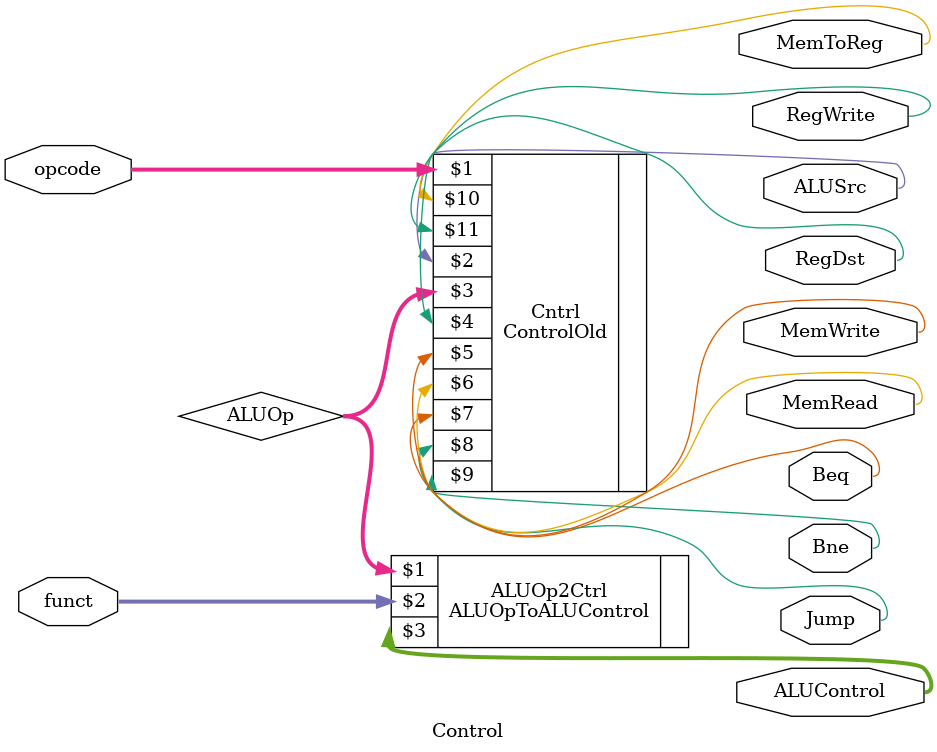
<source format=v>
`timescale 1ns / 1ps
module Control(opcode, funct, ALUSrc, RegDst, MemWrite, MemRead, Beq, Bne, Jump, MemToReg, RegWrite, ALUControl); 
input [5:0] opcode; // 6-bit operation code
input [5:0] funct;  // 6-bit function code from the instruction
						  // least significant 6 bits of an instruction
output ALUSrc, RegDst, MemWrite, MemRead, Beq, Bne, Jump, MemToReg, RegWrite; // Output control lines
output [2:0] ALUControl; // 3-bit control for the ALU that specifies the operation

wire [1:0] ALUOp;

ControlOld Cntrl(opcode, ALUSrc, ALUOp, RegDst, MemWrite, MemRead, Beq, Bne, Jump, MemToReg, RegWrite);
ALUOpToALUControl ALUOp2Ctrl(ALUOp, funct, ALUControl);

endmodule

</source>
